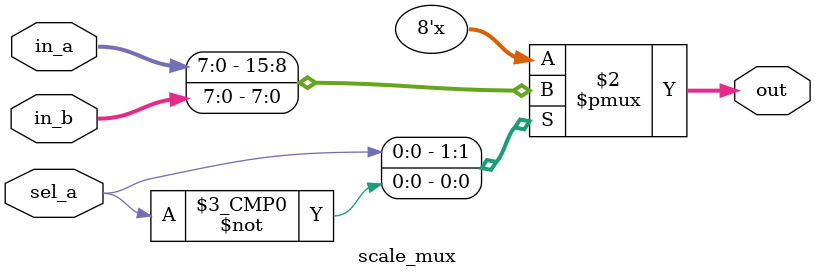
<source format=sv>
`timescale 1ns/1ps

module scale_mux #(parameter WIDTH=8)(
	input logic [WIDTH-1:0]in_a,
	input logic [WIDTH-1:0] in_b,
	output logic [WIDTH-1:0] out,
	input logic sel_a
);
always_comb
unique case(sel_a)
	1'b1:out=in_a;
	1'b0:out=in_b;
	default out=1'bx;
endcase
endmodule 


// passsed test 



</source>
